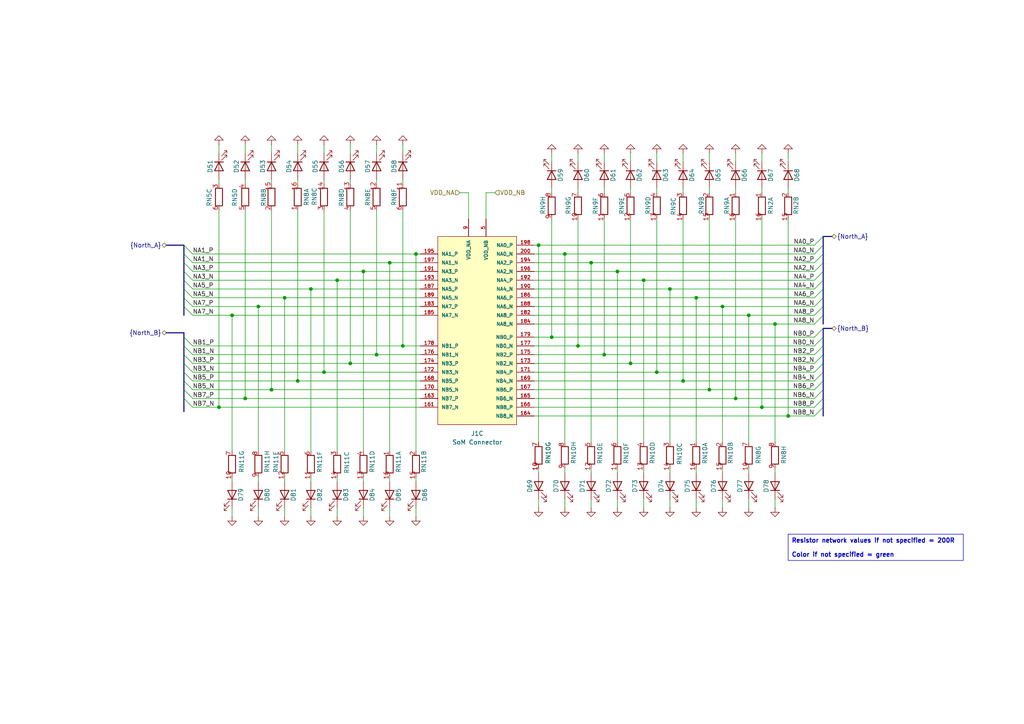
<source format=kicad_sch>
(kicad_sch (version 20231120) (generator "eeschema") (generator_version "8.0")
  (paper "A4")
  (title_block (title "SoM Programmer & Tester") (date "2024-12-20") (rev "0.1") (company "Technische Hochschule Köln") (comment 1 "Felix Sebastian Nitz"))
  (bus_alias "East_A" (members "EA0_P" "EA0_N" "EA1_P" "EA1_N" "EA2_P" "EA2_N" "EA3_P" "EA3_N" "EA4_P" "EA4_N" "EA5_P" "EA5_N" "EA6_P" "EA6_N" "EA7_P" "EA7_N" "EA8_P" "EA8_N"))
  (bus_alias "East_B" (members "EB0_P" "EB0_N" "EB1_P" "EB1_N" "EB2_P" "EB2_N" "EB3_P" "EB3_N" "EB4_P" "EB4_N" "EB5_P" "EB5_N" "EB6_P" "EB6_N" "EB7_P" "EB7_N" "EB8_P" "EB8_N"))
  (bus_alias "North_A" (members "NA0_P" "NA0_N" "NA1_P" "NA1_N" "NA2_P" "NA2_N" "NA3_P" "NA3_N" "NA4_P" "NA4_N" "NA5_P" "NA5_N" "NA6_P" "NA6_N" "NA7_P" "NA7_N" "NA8_P" "NA8_N"))
  (bus_alias "North_B" (members "NB0_P" "NB0_N" "NB1_P" "NB1_N" "NB2_P" "NB2_N" "NB3_P" "NB3_N" "NB4_P" "NB4_N" "NB5_P" "NB5_N" "NB6_P" "NB6_N" "NB7_P" "NB7_N" "NB8_P" "NB8_N"))
  (bus_alias "SerDes" (members "CLK_P" "CLK_N" "RX0_P" "RX0_N" "TX0_P" "TX0_N" "RX1_P" "RX1_N" "TX1_P" "TX1_N"))
  (bus_alias "South_A" (members "SA0_P" "SA0_N" "SA1_P" "SA1_N" "SA2_P" "SA2_N" "SA3_P" "SA3_N" "SA4_P" "SA4_N" "SA5_P" "SA5_N" "SA6_P" "SA6_N" "SA7_P" "SA7_N" "SA8_P" "SA8_N"))
  (bus_alias "South_B" (members "SB0_P" "SB0_N" "SB1_P" "SB1_N" "SB2_P" "SB2_N" "SB3_P" "SB3_N" "SB4_P" "SB4_N" "SB7" "SB8" "CLK1" "CLK2" "CLK3"))
  (bus_alias "West_B" (members "WB0_P" "WB0_N" "WB1_P" "WB1_N" "WB2_P" "WB2_N" "WB3_P" "WB3_N" "WB4_P" "WB4_N" "WB5_P" "WB5_N" "WB6_P" "WB6_N" "WB7_P" "WB7_N" "WB8_P" "WB8_N"))
  (bus_alias "West_C" (members "WC0_P" "WC0_N" "WC1_P" "WC1_N" "WC2_P" "WC2_N" "WC3_P" "WC3_N" "WC4_P" "WC4_N" "WC5_P" "WC5_N" "WC6_P" "WC6_N" "WC7_P" "WC7_N" "WC8_P" "WC8_N"))
  (junction (at 201.93 86.36))
  (junction (at 156.21 71.12))
  (junction (at 63.5 118.11))
  (junction (at 67.31 91.44))
  (junction (at 78.74 113.03))
  (junction (at 74.93 88.9))
  (junction (at 179.07 78.74))
  (junction (at 86.36 110.49))
  (junction (at 220.98 118.11))
  (junction (at 116.84 100.33))
  (junction (at 186.69 81.28))
  (junction (at 163.83 73.66))
  (junction (at 93.98 107.95))
  (junction (at 194.31 83.82))
  (junction (at 82.55 86.36))
  (junction (at 198.12 110.49))
  (junction (at 120.65 73.66))
  (junction (at 217.17 91.44))
  (junction (at 205.74 113.03))
  (junction (at 171.45 76.2))
  (junction (at 160.02 97.79))
  (junction (at 209.55 88.9))
  (junction (at 167.64 100.33))
  (junction (at 190.5 107.95))
  (junction (at 224.79 93.98))
  (junction (at 175.26 102.87))
  (junction (at 71.12 115.57))
  (junction (at 109.22 102.87))
  (junction (at 182.88 105.41))
  (junction (at 228.6 120.65))
  (junction (at 97.79 81.28))
  (junction (at 105.41 78.74))
  (junction (at 213.36 115.57))
  (junction (at 113.03 76.2))
  (junction (at 90.17 83.82))
  (junction (at 101.6 105.41))
  (bus_entry (at 238.76 102.87) (size -2.54 2.54))
  (bus_entry (at 53.34 113.03) (size 2.54 2.54))
  (bus_entry (at 238.76 68.58) (size -2.54 2.54))
  (bus_entry (at 238.76 115.57) (size -2.54 2.54))
  (bus_entry (at 238.76 78.74) (size -2.54 2.54))
  (bus_entry (at 53.34 73.66) (size 2.54 2.54))
  (bus_entry (at 53.34 97.79) (size 2.54 2.54))
  (bus_entry (at 53.34 115.57) (size 2.54 2.54))
  (bus_entry (at 238.76 110.49) (size -2.54 2.54))
  (bus_entry (at 238.76 86.36) (size -2.54 2.54))
  (bus_entry (at 53.34 100.33) (size 2.54 2.54))
  (bus_entry (at 53.34 71.12) (size 2.54 2.54))
  (bus_entry (at 53.34 105.41) (size 2.54 2.54))
  (bus_entry (at 238.76 97.79) (size -2.54 2.54))
  (bus_entry (at 53.34 86.36) (size 2.54 2.54))
  (bus_entry (at 53.34 102.87) (size 2.54 2.54))
  (bus_entry (at 238.76 81.28) (size -2.54 2.54))
  (bus_entry (at 53.34 110.49) (size 2.54 2.54))
  (bus_entry (at 53.34 88.9) (size 2.54 2.54))
  (bus_entry (at 238.76 71.12) (size -2.54 2.54))
  (bus_entry (at 53.34 78.74) (size 2.54 2.54))
  (bus_entry (at 238.76 118.11) (size -2.54 2.54))
  (bus_entry (at 238.76 100.33) (size -2.54 2.54))
  (bus_entry (at 238.76 105.41) (size -2.54 2.54))
  (bus_entry (at 53.34 83.82) (size 2.54 2.54))
  (bus_entry (at 238.76 113.03) (size -2.54 2.54))
  (bus_entry (at 238.76 73.66) (size -2.54 2.54))
  (bus_entry (at 238.76 95.25) (size -2.54 2.54))
  (bus_entry (at 238.76 88.9) (size -2.54 2.54))
  (bus_entry (at 53.34 76.2) (size 2.54 2.54))
  (bus_entry (at 238.76 76.2) (size -2.54 2.54))
  (bus_entry (at 53.34 107.95) (size 2.54 2.54))
  (bus_entry (at 238.76 83.82) (size -2.54 2.54))
  (bus_entry (at 238.76 107.95) (size -2.54 2.54))
  (bus_entry (at 53.34 81.28) (size 2.54 2.54))
  (bus_entry (at 238.76 91.44) (size -2.54 2.54))
  (wire (pts (xy 105.41 78.74) (xy 105.41 130.81)))
  (wire (pts (xy 163.83 73.66) (xy 236.22 73.66)))
  (bus (pts (xy 238.76 68.58) (xy 238.76 71.12)))
  (wire (pts (xy 179.07 144.78) (xy 179.07 147.32)))
  (wire (pts (xy 90.17 138.43) (xy 90.17 139.7)))
  (wire (pts (xy 101.6 53.34) (xy 101.6 52.07)))
  (wire (pts (xy 55.88 88.9) (xy 74.93 88.9)))
  (wire (pts (xy 55.88 118.11) (xy 63.5 118.11)))
  (wire (pts (xy 55.88 73.66) (xy 120.65 73.66)))
  (wire (pts (xy 78.74 53.34) (xy 78.74 52.07)))
  (wire (pts (xy 217.17 91.44) (xy 236.22 91.44)))
  (wire (pts (xy 205.74 113.03) (xy 236.22 113.03)))
  (bus (pts (xy 53.34 107.95) (xy 53.34 110.49)))
  (wire (pts (xy 228.6 120.65) (xy 228.6 63.5)))
  (bus (pts (xy 238.76 115.57) (xy 238.76 118.11)))
  (wire (pts (xy 113.03 76.2) (xy 113.03 130.81)))
  (wire (pts (xy 55.88 105.41) (xy 101.6 105.41)))
  (wire (pts (xy 194.31 144.78) (xy 194.31 147.32)))
  (wire (pts (xy 228.6 46.99) (xy 228.6 44.45)))
  (wire (pts (xy 175.26 46.99) (xy 175.26 44.45)))
  (wire (pts (xy 201.93 86.36) (xy 236.22 86.36)))
  (wire (pts (xy 97.79 81.28) (xy 121.92 81.28)))
  (wire (pts (xy 213.36 46.99) (xy 213.36 44.45)))
  (wire (pts (xy 74.93 88.9) (xy 121.92 88.9)))
  (bus (pts (xy 238.76 73.66) (xy 238.76 76.2)))
  (wire (pts (xy 167.64 46.99) (xy 167.64 44.45)))
  (wire (pts (xy 186.69 81.28) (xy 236.22 81.28)))
  (wire (pts (xy 116.84 100.33) (xy 116.84 60.96)))
  (bus (pts (xy 241.3 95.25) (xy 238.76 95.25)))
  (wire (pts (xy 154.94 113.03) (xy 205.74 113.03)))
  (wire (pts (xy 116.84 44.45) (xy 116.84 41.91)))
  (wire (pts (xy 93.98 53.34) (xy 93.98 52.07)))
  (bus (pts (xy 53.34 71.12) (xy 53.34 73.66)))
  (wire (pts (xy 194.31 135.89) (xy 194.31 137.16)))
  (wire (pts (xy 156.21 135.89) (xy 156.21 137.16)))
  (wire (pts (xy 171.45 76.2) (xy 171.45 128.27)))
  (wire (pts (xy 156.21 71.12) (xy 156.21 128.27)))
  (bus (pts (xy 238.76 97.79) (xy 238.76 100.33)))
  (wire (pts (xy 116.84 53.34) (xy 116.84 52.07)))
  (wire (pts (xy 220.98 46.99) (xy 220.98 44.45)))
  (bus (pts (xy 238.76 78.74) (xy 238.76 81.28)))
  (wire (pts (xy 140.97 55.88) (xy 140.97 63.5)))
  (wire (pts (xy 186.69 144.78) (xy 186.69 147.32)))
  (wire (pts (xy 74.93 88.9) (xy 74.93 130.81)))
  (wire (pts (xy 182.88 105.41) (xy 236.22 105.41)))
  (wire (pts (xy 120.65 73.66) (xy 121.92 73.66)))
  (bus (pts (xy 238.76 100.33) (xy 238.76 102.87)))
  (wire (pts (xy 55.88 100.33) (xy 116.84 100.33)))
  (bus (pts (xy 53.34 78.74) (xy 53.34 81.28)))
  (bus (pts (xy 238.76 81.28) (xy 238.76 83.82)))
  (bus (pts (xy 53.34 88.9) (xy 53.34 91.44)))
  (bus (pts (xy 238.76 110.49) (xy 238.76 113.03)))
  (wire (pts (xy 160.02 97.79) (xy 236.22 97.79)))
  (wire (pts (xy 224.79 93.98) (xy 224.79 128.27)))
  (wire (pts (xy 55.88 107.95) (xy 93.98 107.95)))
  (wire (pts (xy 63.5 44.45) (xy 63.5 41.91)))
  (wire (pts (xy 154.94 71.12) (xy 156.21 71.12)))
  (bus (pts (xy 53.34 97.79) (xy 53.34 100.33)))
  (wire (pts (xy 154.94 93.98) (xy 224.79 93.98)))
  (wire (pts (xy 113.03 76.2) (xy 121.92 76.2)))
  (wire (pts (xy 120.65 147.32) (xy 120.65 149.86)))
  (wire (pts (xy 154.94 97.79) (xy 160.02 97.79)))
  (wire (pts (xy 179.07 78.74) (xy 179.07 128.27)))
  (bus (pts (xy 48.26 96.52) (xy 53.34 96.52)))
  (wire (pts (xy 209.55 135.89) (xy 209.55 137.16)))
  (wire (pts (xy 97.79 81.28) (xy 97.79 130.81)))
  (wire (pts (xy 154.94 100.33) (xy 167.64 100.33)))
  (wire (pts (xy 67.31 91.44) (xy 121.92 91.44)))
  (wire (pts (xy 213.36 115.57) (xy 236.22 115.57)))
  (bus (pts (xy 48.26 71.12) (xy 53.34 71.12)))
  (wire (pts (xy 82.55 138.43) (xy 82.55 139.7)))
  (wire (pts (xy 163.83 135.89) (xy 163.83 137.16)))
  (wire (pts (xy 86.36 53.34) (xy 86.36 52.07)))
  (bus (pts (xy 238.76 95.25) (xy 238.76 97.79)))
  (wire (pts (xy 86.36 110.49) (xy 86.36 60.96)))
  (wire (pts (xy 224.79 135.89) (xy 224.79 137.16)))
  (wire (pts (xy 186.69 81.28) (xy 186.69 128.27)))
  (wire (pts (xy 167.64 100.33) (xy 167.64 63.5)))
  (wire (pts (xy 154.94 88.9) (xy 209.55 88.9)))
  (wire (pts (xy 55.88 86.36) (xy 82.55 86.36)))
  (wire (pts (xy 74.93 138.43) (xy 74.93 139.7)))
  (wire (pts (xy 179.07 78.74) (xy 236.22 78.74)))
  (wire (pts (xy 154.94 76.2) (xy 171.45 76.2)))
  (wire (pts (xy 67.31 91.44) (xy 67.31 130.81)))
  (bus (pts (xy 53.34 115.57) (xy 53.34 119.38)))
  (wire (pts (xy 194.31 83.82) (xy 194.31 128.27)))
  (wire (pts (xy 109.22 102.87) (xy 109.22 60.96)))
  (wire (pts (xy 93.98 107.95) (xy 93.98 60.96)))
  (wire (pts (xy 228.6 120.65) (xy 236.22 120.65)))
  (wire (pts (xy 175.26 55.88) (xy 175.26 54.61)))
  (wire (pts (xy 205.74 113.03) (xy 205.74 63.5)))
  (wire (pts (xy 220.98 118.11) (xy 220.98 63.5)))
  (wire (pts (xy 224.79 144.78) (xy 224.79 147.32)))
  (wire (pts (xy 154.94 120.65) (xy 228.6 120.65)))
  (wire (pts (xy 217.17 135.89) (xy 217.17 137.16)))
  (wire (pts (xy 154.94 118.11) (xy 220.98 118.11)))
  (wire (pts (xy 71.12 53.34) (xy 71.12 52.07)))
  (bus (pts (xy 53.34 105.41) (xy 53.34 107.95)))
  (wire (pts (xy 154.94 105.41) (xy 182.88 105.41)))
  (wire (pts (xy 133.35 55.88) (xy 135.89 55.88)))
  (wire (pts (xy 97.79 138.43) (xy 97.79 139.7)))
  (bus (pts (xy 53.34 100.33) (xy 53.34 102.87)))
  (bus (pts (xy 53.34 73.66) (xy 53.34 76.2)))
  (wire (pts (xy 182.88 55.88) (xy 182.88 54.61)))
  (wire (pts (xy 220.98 55.88) (xy 220.98 54.61)))
  (wire (pts (xy 90.17 147.32) (xy 90.17 149.86)))
  (wire (pts (xy 55.88 110.49) (xy 86.36 110.49)))
  (wire (pts (xy 209.55 88.9) (xy 236.22 88.9)))
  (wire (pts (xy 156.21 71.12) (xy 236.22 71.12)))
  (wire (pts (xy 74.93 147.32) (xy 74.93 149.86)))
  (bus (pts (xy 53.34 83.82) (xy 53.34 86.36)))
  (wire (pts (xy 201.93 144.78) (xy 201.93 147.32)))
  (wire (pts (xy 171.45 76.2) (xy 236.22 76.2)))
  (wire (pts (xy 154.94 115.57) (xy 213.36 115.57)))
  (wire (pts (xy 67.31 138.43) (xy 67.31 139.7)))
  (wire (pts (xy 55.88 115.57) (xy 71.12 115.57)))
  (bus (pts (xy 53.34 76.2) (xy 53.34 78.74)))
  (wire (pts (xy 154.94 110.49) (xy 198.12 110.49)))
  (wire (pts (xy 190.5 107.95) (xy 190.5 63.5)))
  (wire (pts (xy 154.94 73.66) (xy 163.83 73.66)))
  (wire (pts (xy 179.07 135.89) (xy 179.07 137.16)))
  (wire (pts (xy 213.36 55.88) (xy 213.36 54.61)))
  (wire (pts (xy 82.55 86.36) (xy 82.55 130.81)))
  (wire (pts (xy 209.55 144.78) (xy 209.55 147.32)))
  (wire (pts (xy 140.97 55.88) (xy 143.51 55.88)))
  (wire (pts (xy 82.55 147.32) (xy 82.55 149.86)))
  (bus (pts (xy 238.76 113.03) (xy 238.76 115.57)))
  (wire (pts (xy 182.88 105.41) (xy 182.88 63.5)))
  (wire (pts (xy 109.22 102.87) (xy 121.92 102.87)))
  (wire (pts (xy 120.65 73.66) (xy 120.65 130.81)))
  (wire (pts (xy 71.12 115.57) (xy 71.12 60.96)))
  (wire (pts (xy 105.41 138.43) (xy 105.41 139.7)))
  (wire (pts (xy 228.6 55.88) (xy 228.6 54.61)))
  (wire (pts (xy 163.83 73.66) (xy 163.83 128.27)))
  (wire (pts (xy 90.17 83.82) (xy 90.17 130.81)))
  (wire (pts (xy 63.5 118.11) (xy 63.5 60.96)))
  (wire (pts (xy 109.22 44.45) (xy 109.22 41.91)))
  (wire (pts (xy 113.03 147.32) (xy 113.03 149.86)))
  (bus (pts (xy 238.76 83.82) (xy 238.76 86.36)))
  (wire (pts (xy 201.93 135.89) (xy 201.93 137.16)))
  (wire (pts (xy 198.12 110.49) (xy 236.22 110.49)))
  (wire (pts (xy 78.74 44.45) (xy 78.74 41.91)))
  (bus (pts (xy 53.34 81.28) (xy 53.34 83.82)))
  (wire (pts (xy 97.79 147.32) (xy 97.79 149.86)))
  (wire (pts (xy 105.41 147.32) (xy 105.41 149.86)))
  (wire (pts (xy 198.12 110.49) (xy 198.12 63.5)))
  (wire (pts (xy 190.5 107.95) (xy 236.22 107.95)))
  (wire (pts (xy 55.88 78.74) (xy 105.41 78.74)))
  (wire (pts (xy 201.93 86.36) (xy 201.93 128.27)))
  (wire (pts (xy 55.88 113.03) (xy 78.74 113.03)))
  (wire (pts (xy 63.5 53.34) (xy 63.5 52.07)))
  (bus (pts (xy 238.76 102.87) (xy 238.76 105.41)))
  (bus (pts (xy 53.34 113.03) (xy 53.34 115.57)))
  (wire (pts (xy 109.22 53.34) (xy 109.22 52.07)))
  (wire (pts (xy 63.5 118.11) (xy 121.92 118.11)))
  (bus (pts (xy 238.76 118.11) (xy 238.76 120.65)))
  (wire (pts (xy 163.83 144.78) (xy 163.83 147.32)))
  (wire (pts (xy 113.03 138.43) (xy 113.03 139.7)))
  (wire (pts (xy 55.88 83.82) (xy 90.17 83.82)))
  (bus (pts (xy 238.76 105.41) (xy 238.76 107.95)))
  (wire (pts (xy 154.94 107.95) (xy 190.5 107.95)))
  (wire (pts (xy 156.21 144.78) (xy 156.21 147.32)))
  (wire (pts (xy 182.88 46.99) (xy 182.88 44.45)))
  (wire (pts (xy 154.94 83.82) (xy 194.31 83.82)))
  (wire (pts (xy 171.45 144.78) (xy 171.45 147.32)))
  (wire (pts (xy 217.17 91.44) (xy 217.17 128.27)))
  (wire (pts (xy 86.36 110.49) (xy 121.92 110.49)))
  (wire (pts (xy 198.12 55.88) (xy 198.12 54.61)))
  (wire (pts (xy 171.45 135.89) (xy 171.45 137.16)))
  (bus (pts (xy 238.76 76.2) (xy 238.76 78.74)))
  (wire (pts (xy 160.02 97.79) (xy 160.02 63.5)))
  (wire (pts (xy 175.26 102.87) (xy 175.26 63.5)))
  (wire (pts (xy 101.6 105.41) (xy 121.92 105.41)))
  (wire (pts (xy 154.94 78.74) (xy 179.07 78.74)))
  (bus (pts (xy 238.76 107.95) (xy 238.76 110.49)))
  (wire (pts (xy 93.98 107.95) (xy 121.92 107.95)))
  (wire (pts (xy 71.12 115.57) (xy 121.92 115.57)))
  (wire (pts (xy 67.31 147.32) (xy 67.31 149.86)))
  (wire (pts (xy 220.98 118.11) (xy 236.22 118.11)))
  (bus (pts (xy 238.76 71.12) (xy 238.76 73.66)))
  (wire (pts (xy 105.41 78.74) (xy 121.92 78.74)))
  (bus (pts (xy 53.34 86.36) (xy 53.34 88.9)))
  (wire (pts (xy 116.84 100.33) (xy 121.92 100.33)))
  (wire (pts (xy 154.94 81.28) (xy 186.69 81.28)))
  (wire (pts (xy 55.88 91.44) (xy 67.31 91.44)))
  (wire (pts (xy 205.74 46.99) (xy 205.74 44.45)))
  (bus (pts (xy 53.34 102.87) (xy 53.34 105.41)))
  (wire (pts (xy 209.55 88.9) (xy 209.55 128.27)))
  (wire (pts (xy 71.12 44.45) (xy 71.12 41.91)))
  (wire (pts (xy 101.6 44.45) (xy 101.6 41.91)))
  (wire (pts (xy 135.89 55.88) (xy 135.89 63.5)))
  (wire (pts (xy 154.94 86.36) (xy 201.93 86.36)))
  (wire (pts (xy 175.26 102.87) (xy 236.22 102.87)))
  (wire (pts (xy 86.36 44.45) (xy 86.36 41.91)))
  (wire (pts (xy 154.94 102.87) (xy 175.26 102.87)))
  (bus (pts (xy 53.34 96.52) (xy 53.34 97.79)))
  (wire (pts (xy 120.65 138.43) (xy 120.65 139.7)))
  (wire (pts (xy 213.36 115.57) (xy 213.36 63.5)))
  (wire (pts (xy 198.12 46.99) (xy 198.12 44.45)))
  (wire (pts (xy 217.17 144.78) (xy 217.17 147.32)))
  (wire (pts (xy 160.02 46.99) (xy 160.02 44.45)))
  (wire (pts (xy 55.88 81.28) (xy 97.79 81.28)))
  (wire (pts (xy 101.6 105.41) (xy 101.6 60.96)))
  (wire (pts (xy 167.64 55.88) (xy 167.64 54.61)))
  (wire (pts (xy 55.88 102.87) (xy 109.22 102.87)))
  (wire (pts (xy 154.94 91.44) (xy 217.17 91.44)))
  (bus (pts (xy 238.76 91.44) (xy 238.76 93.98)))
  (wire (pts (xy 78.74 113.03) (xy 121.92 113.03)))
  (wire (pts (xy 186.69 135.89) (xy 186.69 137.16)))
  (wire (pts (xy 160.02 55.88) (xy 160.02 54.61)))
  (wire (pts (xy 90.17 83.82) (xy 121.92 83.82)))
  (wire (pts (xy 205.74 55.88) (xy 205.74 54.61)))
  (bus (pts (xy 238.76 88.9) (xy 238.76 91.44)))
  (bus (pts (xy 53.34 110.49) (xy 53.34 113.03)))
  (wire (pts (xy 194.31 83.82) (xy 236.22 83.82)))
  (wire (pts (xy 190.5 55.88) (xy 190.5 54.61)))
  (wire (pts (xy 82.55 86.36) (xy 121.92 86.36)))
  (bus (pts (xy 238.76 86.36) (xy 238.76 88.9)))
  (wire (pts (xy 93.98 44.45) (xy 93.98 41.91)))
  (bus (pts (xy 241.3 68.58) (xy 238.76 68.58)))
  (wire (pts (xy 167.64 100.33) (xy 236.22 100.33)))
  (wire (pts (xy 55.88 76.2) (xy 113.03 76.2)))
  (wire (pts (xy 224.79 93.98) (xy 236.22 93.98)))
  (wire (pts (xy 78.74 113.03) (xy 78.74 60.96)))
  (wire (pts (xy 190.5 46.99) (xy 190.5 44.45)))
  (text_box "Resistor network values if not specified = 200R\n\nColor if not specified = green" (at 228.6 154.94 0) (size 50.8 7.62) (effects (font (size 1.27 1.27) (thickness 0.254) (bold yes)) (justify left)))
  (label "NA6_N" (at 236.22 88.9 180))
  (label "NA6_P" (at 236.22 86.36 180))
  (label "NA2_N" (at 236.22 78.74 180))
  (label "NA0_P" (at 236.22 71.12 180))
  (label "NA8_P" (at 236.22 91.44 180))
  (label "NB3_N" (at 55.88 107.95 0))
  (label "NA0_N" (at 236.22 73.66 180))
  (label "NA5_N" (at 55.88 86.36 0))
  (label "NA2_P" (at 236.22 76.2 180))
  (label "NA8_N" (at 236.22 93.98 180))
  (label "NA3_N" (at 55.88 81.28 0))
  (label "NB8_N" (at 236.22 120.65 180))
  (label "NB3_P" (at 55.88 105.41 0))
  (label "NB1_P" (at 55.88 100.33 0))
  (label "NA1_N" (at 55.88 76.2 0))
  (label "NA1_P" (at 55.88 73.66 0))
  (label "NA7_P" (at 55.88 88.9 0))
  (label "NB0_N" (at 236.22 100.33 180))
  (label "NB2_P" (at 236.22 102.87 180))
  (label "NA7_N" (at 55.88 91.44 0))
  (label "NB7_P" (at 55.88 115.57 0))
  (label "NA4_N" (at 236.22 83.82 180))
  (label "NB5_P" (at 55.88 110.49 0))
  (label "NA4_P" (at 236.22 81.28 180))
  (label "NA3_P" (at 55.88 78.74 0))
  (label "NB7_N" (at 55.88 118.11 0))
  (label "NB2_N" (at 236.22 105.41 180))
  (label "NB5_N" (at 55.88 113.03 0))
  (label "NB4_N" (at 236.22 110.49 180))
  (label "NB6_P" (at 236.22 113.03 180))
  (label "NB4_P" (at 236.22 107.95 180))
  (label "NB0_P" (at 236.22 97.79 180))
  (label "NB1_N" (at 55.88 102.87 0))
  (label "NB6_N" (at 236.22 115.57 180))
  (label "NB8_P" (at 236.22 118.11 180))
  (label "NA5_P" (at 55.88 83.82 0))
  (hierarchical_label "{North_A}" (shape bidirectional) (at 48.26 71.12 180))
  (hierarchical_label "{North_A}" (shape bidirectional) (at 241.3 68.58 0))
  (hierarchical_label "{North_B}" (shape bidirectional) (at 48.26 96.52 180))
  (hierarchical_label "VDD_NB" (shape input) (at 143.51 55.88 0))
  (hierarchical_label "VDD_NA" (shape input) (at 133.35 55.88 180))
  (hierarchical_label "{North_B}" (shape bidirectional) (at 241.3 95.25 0))
  (symbol (lib_id "power:GND") (at 167.64 44.45 180) (unit 1)
    (property "Reference" "#PWR069" (effects (hide yes)))
    (property "Value" "GND" (effects (hide yes)))
    (property "Description" "Power symbol creates a global label with name \"GND\" , ground" (effects (hide yes)))
  )
  (symbol (lib_id "Device:LED") (at 224.79 140.97 90) (unit 1)
    (property "Reference" "D78" (at 222.25 140.97 0))
    (property "Value" "Green" (effects (hide yes)))
    (property "Footprint" "LED_SMD:LED_0603_1608Metric" (effects (hide yes)))
    (property "Description" "Light emitting diode" (effects (hide yes)))
    (property "Mouser Part Number" "710-150060VS75000" (effects (hide yes)))
  )
  (symbol (lib_id "Device:LED") (at 209.55 140.97 90) (unit 1)
    (property "Reference" "D76" (at 207.01 140.97 0))
    (property "Value" "Green" (effects (hide yes)))
    (property "Footprint" "LED_SMD:LED_0603_1608Metric" (effects (hide yes)))
    (property "Description" "Light emitting diode" (effects (hide yes)))
    (property "Mouser Part Number" "710-150060VS75000" (effects (hide yes)))
  )
  (symbol (lib_id "Device:LED") (at 186.69 140.97 90) (unit 1)
    (property "Reference" "D73" (at 184.15 140.97 0))
    (property "Value" "Green" (effects (hide yes)))
    (property "Footprint" "LED_SMD:LED_0603_1608Metric" (effects (hide yes)))
    (property "Description" "Light emitting diode" (effects (hide yes)))
    (property "Mouser Part Number" "710-150060VS75000" (effects (hide yes)))
  )
  (symbol (lib_id "Device:LED") (at 179.07 140.97 90) (unit 1)
    (property "Reference" "D72" (at 176.53 140.97 0))
    (property "Value" "Green" (effects (hide yes)))
    (property "Footprint" "LED_SMD:LED_0603_1608Metric" (effects (hide yes)))
    (property "Description" "Light emitting diode" (effects (hide yes)))
    (property "Mouser Part Number" "710-150060VS75000" (effects (hide yes)))
  )
  (symbol (lib_id "power:GND") (at 224.79 147.32 0) (unit 1)
    (property "Reference" "#PWR087" (effects (hide yes)))
    (property "Value" "GND" (effects (hide yes)))
    (property "Description" "Power symbol creates a global label with name \"GND\" , ground" (effects (hide yes)))
  )
  (symbol (lib_id "Device:R_Pack08_Split") (at 182.88 59.69 0) (mirror x) (unit 5)
    (property "Reference" "RN9" (at 180.34 62.23 90) (effects (justify right)))
    (property "Value" "200R" (effects (hide yes)))
    (property "Footprint" "Resistor_SMD:R_Array_Convex_8x0602" (effects (hide yes)))
    (property "Description" "8 resistor network, parallel topology, split" (effects (hide yes)))
    (property "Mouser Part Number" "667-EXB-2HV201JV" (effects (hide yes)))
  )
  (symbol (lib_id "Device:R_Pack08_Split") (at 78.74 57.15 0) (unit 2)
    (property "Reference" "RN8" (at 76.454 54.61 90) (effects (justify right)))
    (property "Value" "200R" (effects (hide yes)))
    (property "Footprint" "Resistor_SMD:R_Array_Convex_8x0602" (effects (hide yes)))
    (property "Description" "8 resistor network, parallel topology, split" (effects (hide yes)))
    (property "Mouser Part Number" "667-EXB-2HV201JV" (effects (hide yes)))
  )
  (symbol (lib_id "Device:LED") (at 205.74 50.8 270) (unit 1)
    (property "Reference" "D65" (at 208.28 50.8 0))
    (property "Value" "Green" (effects (hide yes)))
    (property "Footprint" "LED_SMD:LED_0603_1608Metric" (effects (hide yes)))
    (property "Description" "Light emitting diode" (effects (hide yes)))
    (property "Mouser Part Number" "710-150060VS75000" (effects (hide yes)))
  )
  (symbol (lib_id "power:GND") (at 209.55 147.32 0) (unit 1)
    (property "Reference" "#PWR085" (effects (hide yes)))
    (property "Value" "GND" (effects (hide yes)))
    (property "Description" "Power symbol creates a global label with name \"GND\" , ground" (effects (hide yes)))
  )
  (symbol (lib_id "Device:LED") (at 190.5 50.8 270) (unit 1)
    (property "Reference" "D63" (at 193.04 50.8 0))
    (property "Value" "Green" (effects (hide yes)))
    (property "Footprint" "LED_SMD:LED_0603_1608Metric" (effects (hide yes)))
    (property "Description" "Light emitting diode" (effects (hide yes)))
    (property "Mouser Part Number" "710-150060VS75000" (effects (hide yes)))
  )
  (symbol (lib_id "Device:R_Pack08_Split") (at 105.41 134.62 180) (unit 4)
    (property "Reference" "RN11" (at 107.95 137.16 90) (effects (justify right)))
    (property "Value" "200R" (effects (hide yes)))
    (property "Footprint" "Resistor_SMD:R_Array_Convex_8x0602" (effects (hide yes)))
    (property "Description" "8 resistor network, parallel topology, split" (effects (hide yes)))
    (property "Mouser Part Number" "667-EXB-2HV201JV" (effects (hide yes)))
  )
  (symbol (lib_id "Device:LED") (at 198.12 50.8 270) (unit 1)
    (property "Reference" "D64" (at 200.66 50.8 0))
    (property "Value" "Green" (effects (hide yes)))
    (property "Footprint" "LED_SMD:LED_0603_1608Metric" (effects (hide yes)))
    (property "Description" "Light emitting diode" (effects (hide yes)))
    (property "Mouser Part Number" "710-150060VS75000" (effects (hide yes)))
  )
  (symbol (lib_id "Device:R_Pack08_Split") (at 160.02 59.69 0) (mirror x) (unit 8)
    (property "Reference" "RN9" (at 157.48 62.23 90) (effects (justify right)))
    (property "Value" "200R" (effects (hide yes)))
    (property "Footprint" "Resistor_SMD:R_Array_Convex_8x0602" (effects (hide yes)))
    (property "Description" "8 resistor network, parallel topology, split" (effects (hide yes)))
    (property "Mouser Part Number" "667-EXB-2HV201JV" (effects (hide yes)))
  )
  (symbol (lib_id "power:GND") (at 120.65 149.86 0) (mirror y) (unit 1)
    (property "Reference" "#PWR095" (effects (hide yes)))
    (property "Value" "GND" (effects (hide yes)))
    (property "Description" "Power symbol creates a global label with name \"GND\" , ground" (effects (hide yes)))
  )
  (symbol (lib_id "Device:LED") (at 97.79 143.51 270) (mirror x) (unit 1)
    (property "Reference" "D83" (at 100.33 143.51 0))
    (property "Value" "Green" (effects (hide yes)))
    (property "Footprint" "LED_SMD:LED_0603_1608Metric" (effects (hide yes)))
    (property "Description" "Light emitting diode" (effects (hide yes)))
    (property "Mouser Part Number" "710-150060VS75000" (effects (hide yes)))
  )
  (symbol (lib_id "Device:LED") (at 120.65 143.51 270) (mirror x) (unit 1)
    (property "Reference" "D86" (at 123.19 143.51 0))
    (property "Value" "Green" (effects (hide yes)))
    (property "Footprint" "LED_SMD:LED_0603_1608Metric" (effects (hide yes)))
    (property "Description" "Light emitting diode" (effects (hide yes)))
    (property "Mouser Part Number" "710-150060VS75000" (effects (hide yes)))
  )
  (symbol (lib_id "Device:LED") (at 217.17 140.97 90) (unit 1)
    (property "Reference" "D77" (at 214.63 140.97 0))
    (property "Value" "Green" (effects (hide yes)))
    (property "Footprint" "LED_SMD:LED_0603_1608Metric" (effects (hide yes)))
    (property "Description" "Light emitting diode" (effects (hide yes)))
    (property "Mouser Part Number" "710-150060VS75000" (effects (hide yes)))
  )
  (symbol (lib_id "Device:LED") (at 74.93 143.51 270) (mirror x) (unit 1)
    (property "Reference" "D80" (at 77.47 143.51 0))
    (property "Value" "Green" (effects (hide yes)))
    (property "Footprint" "LED_SMD:LED_0603_1608Metric" (effects (hide yes)))
    (property "Description" "Light emitting diode" (effects (hide yes)))
    (property "Mouser Part Number" "710-150060VS75000" (effects (hide yes)))
  )
  (symbol (lib_id "power:GND") (at 78.74 41.91 0) (mirror x) (unit 1)
    (property "Reference" "#PWR062" (effects (hide yes)))
    (property "Value" "GND" (effects (hide yes)))
    (property "Description" "Power symbol creates a global label with name \"GND\" , ground" (effects (hide yes)))
  )
  (symbol (lib_id "Device:LED") (at 182.88 50.8 270) (unit 1)
    (property "Reference" "D62" (at 185.42 50.8 0))
    (property "Value" "Green" (effects (hide yes)))
    (property "Footprint" "LED_SMD:LED_0603_1608Metric" (effects (hide yes)))
    (property "Description" "Light emitting diode" (effects (hide yes)))
    (property "Mouser Part Number" "710-150060VS75000" (effects (hide yes)))
  )
  (symbol (lib_id "Device:LED") (at 67.31 143.51 270) (mirror x) (unit 1)
    (property "Reference" "D79" (at 69.85 143.51 0))
    (property "Value" "Green" (effects (hide yes)))
    (property "Footprint" "LED_SMD:LED_0603_1608Metric" (effects (hide yes)))
    (property "Description" "Light emitting diode" (effects (hide yes)))
    (property "Mouser Part Number" "710-150060VS75000" (effects (hide yes)))
  )
  (symbol (lib_id "Device:R_Pack08_Split") (at 190.5 59.69 0) (mirror x) (unit 4)
    (property "Reference" "RN9" (at 187.96 62.23 90) (effects (justify right)))
    (property "Value" "200R" (effects (hide yes)))
    (property "Footprint" "Resistor_SMD:R_Array_Convex_8x0602" (effects (hide yes)))
    (property "Description" "8 resistor network, parallel topology, split" (effects (hide yes)))
    (property "Mouser Part Number" "667-EXB-2HV201JV" (effects (hide yes)))
  )
  (symbol (lib_id "ccsom_lib:SoM connector") (at 138.43 86.36 0) (unit 3)
    (property "Reference" "J1" (at 138.43 125.73 0))
    (property "Value" "SoM Connector" (at 138.43 128.27 0))
    (property "Footprint" "ccsom_Footprint_lib:SoM_Connector" (effects (hide yes)))
    (property "Description" "TE_1473005-1" (effects (hide yes)))
    (property "STANDARD" "Manufacturer Recommendations" (effects (hide yes)))
    (property "MAXIMUM_PACKAGE_HEIGHT" "5.9mm" (effects (hide yes)))
    (property "MANUFACTURER" "TE Connectivity" (effects (hide yes)))
    (property "Mouser Part Number" "571-1473005-1" (effects (hide yes)))
  )
  (symbol (lib_id "Device:R_Pack08_Split") (at 90.17 134.62 180) (unit 6)
    (property "Reference" "RN11" (at 92.71 137.16 90) (effects (justify right)))
    (property "Value" "200R" (effects (hide yes)))
    (property "Footprint" "Resistor_SMD:R_Array_Convex_8x0602" (effects (hide yes)))
    (property "Description" "8 resistor network, parallel topology, split" (effects (hide yes)))
    (property "Mouser Part Number" "667-EXB-2HV201JV" (effects (hide yes)))
  )
  (symbol (lib_id "Device:R_Pack08_Split") (at 167.64 59.69 0) (mirror x) (unit 7)
    (property "Reference" "RN9" (at 164.846 62.23 90) (effects (justify right)))
    (property "Value" "200R" (effects (hide yes)))
    (property "Footprint" "Resistor_SMD:R_Array_Convex_8x0602" (effects (hide yes)))
    (property "Description" "8 resistor network, parallel topology, split" (effects (hide yes)))
    (property "Mouser Part Number" "667-EXB-2HV201JV" (effects (hide yes)))
  )
  (symbol (lib_id "Device:R_Pack08_Split") (at 156.21 132.08 180) (unit 7)
    (property "Reference" "RN10" (at 159.004 134.62 90) (effects (justify right)))
    (property "Value" "200R" (effects (hide yes)))
    (property "Footprint" "Resistor_SMD:R_Array_Convex_8x0602" (effects (hide yes)))
    (property "Description" "8 resistor network, parallel topology, split" (effects (hide yes)))
    (property "Mouser Part Number" "667-EXB-2HV201JV" (effects (hide yes)))
  )
  (symbol (lib_id "power:GND") (at 109.22 41.91 0) (mirror x) (unit 1)
    (property "Reference" "#PWR066" (effects (hide yes)))
    (property "Value" "GND" (effects (hide yes)))
    (property "Description" "Power symbol creates a global label with name \"GND\" , ground" (effects (hide yes)))
  )
  (symbol (lib_id "Device:LED") (at 90.17 143.51 270) (mirror x) (unit 1)
    (property "Reference" "D82" (at 92.71 143.51 0))
    (property "Value" "Green" (effects (hide yes)))
    (property "Footprint" "LED_SMD:LED_0603_1608Metric" (effects (hide yes)))
    (property "Description" "Light emitting diode" (effects (hide yes)))
    (property "Mouser Part Number" "710-150060VS75000" (effects (hide yes)))
  )
  (symbol (lib_id "power:GND") (at 175.26 44.45 180) (unit 1)
    (property "Reference" "#PWR070" (effects (hide yes)))
    (property "Value" "GND" (effects (hide yes)))
    (property "Description" "Power symbol creates a global label with name \"GND\" , ground" (effects (hide yes)))
  )
  (symbol (lib_id "Device:R_Pack08_Split") (at 109.22 57.15 0) (unit 5)
    (property "Reference" "RN8" (at 106.68 54.61 90) (effects (justify right)))
    (property "Value" "200R" (effects (hide yes)))
    (property "Footprint" "Resistor_SMD:R_Array_Convex_8x0602" (effects (hide yes)))
    (property "Description" "8 resistor network, parallel topology, split" (effects (hide yes)))
    (property "Mouser Part Number" "667-EXB-2HV201JV" (effects (hide yes)))
  )
  (symbol (lib_id "Device:R_Pack04_Split") (at 71.12 57.15 180) (unit 4)
    (property "Reference" "RN5" (at 68.072 54.61 90) (effects (justify left)))
    (property "Value" "200R" (effects (hide yes)))
    (property "Footprint" "Resistor_SMD:R_Array_Convex_4x0603" (effects (hide yes)))
    (property "Description" "4 resistor network, parallel topology, split" (effects (hide yes)))
    (property "Mouser Part Number" "667-EXB-38V201JV" (effects (hide yes)))
  )
  (symbol (lib_id "Device:R_Pack08_Split") (at 163.83 132.08 180) (unit 8)
    (property "Reference" "RN10" (at 166.37 134.62 90) (effects (justify right)))
    (property "Value" "200R" (effects (hide yes)))
    (property "Footprint" "Resistor_SMD:R_Array_Convex_8x0602" (effects (hide yes)))
    (property "Description" "8 resistor network, parallel topology, split" (effects (hide yes)))
    (property "Mouser Part Number" "667-EXB-2HV201JV" (effects (hide yes)))
  )
  (symbol (lib_id "Device:LED") (at 71.12 48.26 90) (mirror x) (unit 1)
    (property "Reference" "D52" (at 68.58 48.26 0))
    (property "Value" "Green" (effects (hide yes)))
    (property "Footprint" "LED_SMD:LED_0603_1608Metric" (effects (hide yes)))
    (property "Description" "Light emitting diode" (effects (hide yes)))
    (property "Mouser Part Number" "710-150060VS75000" (effects (hide yes)))
  )
  (symbol (lib_id "Device:LED") (at 175.26 50.8 270) (unit 1)
    (property "Reference" "D61" (at 177.8 50.8 0))
    (property "Value" "Green" (effects (hide yes)))
    (property "Footprint" "LED_SMD:LED_0603_1608Metric" (effects (hide yes)))
    (property "Description" "Light emitting diode" (effects (hide yes)))
    (property "Mouser Part Number" "710-150060VS75000" (effects (hide yes)))
  )
  (symbol (lib_id "Device:LED") (at 109.22 48.26 90) (mirror x) (unit 1)
    (property "Reference" "D57" (at 106.68 48.26 0))
    (property "Value" "Green" (effects (hide yes)))
    (property "Footprint" "LED_SMD:LED_0603_1608Metric" (effects (hide yes)))
    (property "Description" "Light emitting diode" (effects (hide yes)))
    (property "Mouser Part Number" "710-150060VS75000" (effects (hide yes)))
  )
  (symbol (lib_id "power:GND") (at 113.03 149.86 0) (mirror y) (unit 1)
    (property "Reference" "#PWR094" (effects (hide yes)))
    (property "Value" "GND" (effects (hide yes)))
    (property "Description" "Power symbol creates a global label with name \"GND\" , ground" (effects (hide yes)))
  )
  (symbol (lib_id "Device:LED") (at 163.83 140.97 90) (unit 1)
    (property "Reference" "D70" (at 161.29 140.97 0))
    (property "Value" "Green" (effects (hide yes)))
    (property "Footprint" "LED_SMD:LED_0603_1608Metric" (effects (hide yes)))
    (property "Description" "Light emitting diode" (effects (hide yes)))
    (property "Mouser Part Number" "710-150060VS75000" (effects (hide yes)))
  )
  (symbol (lib_id "Device:R_Pack08_Split") (at 224.79 132.08 180) (unit 8)
    (property "Reference" "RN8" (at 227.33 134.62 90) (effects (justify right)))
    (property "Value" "200R" (effects (hide yes)))
    (property "Footprint" "Resistor_SMD:R_Array_Convex_8x0602" (effects (hide yes)))
    (property "Description" "8 resistor network, parallel topology, split" (effects (hide yes)))
    (property "Mouser Part Number" "667-EXB-2HV201JV" (effects (hide yes)))
  )
  (symbol (lib_id "Device:R_Pack08_Split") (at 213.36 59.69 0) (mirror x) (unit 1)
    (property "Reference" "RN9" (at 210.82 62.23 90) (effects (justify right)))
    (property "Value" "200R" (effects (hide yes)))
    (property "Footprint" "Resistor_SMD:R_Array_Convex_8x0602" (effects (hide yes)))
    (property "Description" "8 resistor network, parallel topology, split" (effects (hide yes)))
    (property "Mouser Part Number" "667-EXB-2HV201JV" (effects (hide yes)))
  )
  (symbol (lib_id "Device:LED") (at 93.98 48.26 90) (mirror x) (unit 1)
    (property "Reference" "D55" (at 91.44 48.26 0))
    (property "Value" "Green" (effects (hide yes)))
    (property "Footprint" "LED_SMD:LED_0603_1608Metric" (effects (hide yes)))
    (property "Description" "Light emitting diode" (effects (hide yes)))
    (property "Mouser Part Number" "710-150060VS75000" (effects (hide yes)))
  )
  (symbol (lib_id "Device:LED") (at 194.31 140.97 90) (unit 1)
    (property "Reference" "D74" (at 191.77 140.97 0))
    (property "Value" "Green" (effects (hide yes)))
    (property "Footprint" "LED_SMD:LED_0603_1608Metric" (effects (hide yes)))
    (property "Description" "Light emitting diode" (effects (hide yes)))
    (property "Mouser Part Number" "710-150060VS75000" (effects (hide yes)))
  )
  (symbol (lib_id "Device:R_Pack08_Split") (at 86.36 57.15 0) (mirror y) (unit 1)
    (property "Reference" "RN8" (at 88.9 54.61 90) (effects (justify right)))
    (property "Value" "200R" (effects (hide yes)))
    (property "Footprint" "Resistor_SMD:R_Array_Convex_8x0602" (effects (hide yes)))
    (property "Description" "8 resistor network, parallel topology, split" (effects (hide yes)))
    (property "Mouser Part Number" "667-EXB-2HV201JV" (effects (hide yes)))
  )
  (symbol (lib_id "Device:R_Pack08_Split") (at 194.31 132.08 180) (unit 3)
    (property "Reference" "RN10" (at 197.104 134.874 90) (effects (justify right)))
    (property "Value" "200R" (effects (hide yes)))
    (property "Footprint" "Resistor_SMD:R_Array_Convex_8x0602" (effects (hide yes)))
    (property "Description" "8 resistor network, parallel topology, split" (effects (hide yes)))
    (property "Mouser Part Number" "667-EXB-2HV201JV" (effects (hide yes)))
  )
  (symbol (lib_id "power:GND") (at 101.6 41.91 0) (mirror x) (unit 1)
    (property "Reference" "#PWR065" (effects (hide yes)))
    (property "Value" "GND" (effects (hide yes)))
    (property "Description" "Power symbol creates a global label with name \"GND\" , ground" (effects (hide yes)))
  )
  (symbol (lib_id "Device:R_Pack08_Split") (at 171.45 132.08 180) (unit 5)
    (property "Reference" "RN10" (at 173.99 134.62 90) (effects (justify right)))
    (property "Value" "200R" (effects (hide yes)))
    (property "Footprint" "Resistor_SMD:R_Array_Convex_8x0602" (effects (hide yes)))
    (property "Description" "8 resistor network, parallel topology, split" (effects (hide yes)))
    (property "Mouser Part Number" "667-EXB-2HV201JV" (effects (hide yes)))
  )
  (symbol (lib_id "Device:R_Pack08_Split") (at 198.12 59.69 0) (mirror x) (unit 3)
    (property "Reference" "RN9" (at 195.326 62.484 90) (effects (justify right)))
    (property "Value" "200R" (effects (hide yes)))
    (property "Footprint" "Resistor_SMD:R_Array_Convex_8x0602" (effects (hide yes)))
    (property "Description" "8 resistor network, parallel topology, split" (effects (hide yes)))
    (property "Mouser Part Number" "667-EXB-2HV201JV" (effects (hide yes)))
  )
  (symbol (lib_id "Device:R_Pack08_Split") (at 201.93 132.08 180) (unit 1)
    (property "Reference" "RN10" (at 204.47 134.62 90) (effects (justify right)))
    (property "Value" "200R" (effects (hide yes)))
    (property "Footprint" "Resistor_SMD:R_Array_Convex_8x0602" (effects (hide yes)))
    (property "Description" "8 resistor network, parallel topology, split" (effects (hide yes)))
    (property "Mouser Part Number" "667-EXB-2HV201JV" (effects (hide yes)))
  )
  (symbol (lib_id "power:GND") (at 105.41 149.86 0) (mirror y) (unit 1)
    (property "Reference" "#PWR093" (effects (hide yes)))
    (property "Value" "GND" (effects (hide yes)))
    (property "Description" "Power symbol creates a global label with name \"GND\" , ground" (effects (hide yes)))
  )
  (symbol (lib_id "Device:R_Pack08_Split") (at 67.31 134.62 180) (unit 7)
    (property "Reference" "RN11" (at 70.104 137.16 90) (effects (justify right)))
    (property "Value" "200R" (effects (hide yes)))
    (property "Footprint" "Resistor_SMD:R_Array_Convex_8x0602" (effects (hide yes)))
    (property "Description" "8 resistor network, parallel topology, split" (effects (hide yes)))
    (property "Mouser Part Number" "667-EXB-2HV201JV" (effects (hide yes)))
  )
  (symbol (lib_id "power:GND") (at 186.69 147.32 0) (unit 1)
    (property "Reference" "#PWR082" (effects (hide yes)))
    (property "Value" "GND" (effects (hide yes)))
    (property "Description" "Power symbol creates a global label with name \"GND\" , ground" (effects (hide yes)))
  )
  (symbol (lib_id "Device:R_Pack08_Split") (at 179.07 132.08 180) (unit 6)
    (property "Reference" "RN10" (at 181.61 134.62 90) (effects (justify right)))
    (property "Value" "200R" (effects (hide yes)))
    (property "Footprint" "Resistor_SMD:R_Array_Convex_8x0602" (effects (hide yes)))
    (property "Description" "8 resistor network, parallel topology, split" (effects (hide yes)))
    (property "Mouser Part Number" "667-EXB-2HV201JV" (effects (hide yes)))
  )
  (symbol (lib_id "Device:R_Pack08_Split") (at 175.26 59.69 0) (mirror x) (unit 6)
    (property "Reference" "RN9" (at 172.72 62.23 90) (effects (justify right)))
    (property "Value" "200R" (effects (hide yes)))
    (property "Footprint" "Resistor_SMD:R_Array_Convex_8x0602" (effects (hide yes)))
    (property "Description" "8 resistor network, parallel topology, split" (effects (hide yes)))
    (property "Mouser Part Number" "667-EXB-2HV201JV" (effects (hide yes)))
  )
  (symbol (lib_id "power:GND") (at 213.36 44.45 180) (unit 1)
    (property "Reference" "#PWR075" (effects (hide yes)))
    (property "Value" "GND" (effects (hide yes)))
    (property "Description" "Power symbol creates a global label with name \"GND\" , ground" (effects (hide yes)))
  )
  (symbol (lib_id "power:GND") (at 205.74 44.45 180) (unit 1)
    (property "Reference" "#PWR074" (effects (hide yes)))
    (property "Value" "GND" (effects (hide yes)))
    (property "Description" "Power symbol creates a global label with name \"GND\" , ground" (effects (hide yes)))
  )
  (symbol (lib_id "power:GND") (at 201.93 147.32 0) (unit 1)
    (property "Reference" "#PWR084" (effects (hide yes)))
    (property "Value" "GND" (effects (hide yes)))
    (property "Description" "Power symbol creates a global label with name \"GND\" , ground" (effects (hide yes)))
  )
  (symbol (lib_id "Device:R_Pack08_Split") (at 209.55 132.08 180) (unit 2)
    (property "Reference" "RN10" (at 211.836 134.62 90) (effects (justify right)))
    (property "Value" "200R" (effects (hide yes)))
    (property "Footprint" "Resistor_SMD:R_Array_Convex_8x0602" (effects (hide yes)))
    (property "Description" "8 resistor network, parallel topology, split" (effects (hide yes)))
    (property "Mouser Part Number" "667-EXB-2HV201JV" (effects (hide yes)))
  )
  (symbol (lib_id "Device:LED") (at 82.55 143.51 270) (mirror x) (unit 1)
    (property "Reference" "D81" (at 85.09 143.51 0))
    (property "Value" "Green" (effects (hide yes)))
    (property "Footprint" "LED_SMD:LED_0603_1608Metric" (effects (hide yes)))
    (property "Description" "Light emitting diode" (effects (hide yes)))
    (property "Mouser Part Number" "710-150060VS75000" (effects (hide yes)))
  )
  (symbol (lib_id "Device:R_Pack08_Split") (at 97.79 134.62 180) (unit 3)
    (property "Reference" "RN11" (at 100.584 137.414 90) (effects (justify right)))
    (property "Value" "200R" (effects (hide yes)))
    (property "Footprint" "Resistor_SMD:R_Array_Convex_8x0602" (effects (hide yes)))
    (property "Description" "8 resistor network, parallel topology, split" (effects (hide yes)))
    (property "Mouser Part Number" "667-EXB-2HV201JV" (effects (hide yes)))
  )
  (symbol (lib_id "Device:LED") (at 228.6 50.8 270) (unit 1)
    (property "Reference" "D68" (at 231.14 50.8 0))
    (property "Value" "Green" (effects (hide yes)))
    (property "Footprint" "LED_SMD:LED_0603_1608Metric" (effects (hide yes)))
    (property "Description" "Light emitting diode" (effects (hide yes)))
    (property "Mouser Part Number" "710-150060VS75000" (effects (hide yes)))
  )
  (symbol (lib_id "power:GND") (at 217.17 147.32 0) (unit 1)
    (property "Reference" "#PWR086" (effects (hide yes)))
    (property "Value" "GND" (effects (hide yes)))
    (property "Description" "Power symbol creates a global label with name \"GND\" , ground" (effects (hide yes)))
  )
  (symbol (lib_id "Device:LED") (at 105.41 143.51 270) (mirror x) (unit 1)
    (property "Reference" "D84" (at 107.95 143.51 0))
    (property "Value" "Green" (effects (hide yes)))
    (property "Footprint" "LED_SMD:LED_0603_1608Metric" (effects (hide yes)))
    (property "Description" "Light emitting diode" (effects (hide yes)))
    (property "Mouser Part Number" "710-150060VS75000" (effects (hide yes)))
  )
  (symbol (lib_id "power:GND") (at 156.21 147.32 0) (unit 1)
    (property "Reference" "#PWR078" (effects (hide yes)))
    (property "Value" "GND" (effects (hide yes)))
    (property "Description" "Power symbol creates a global label with name \"GND\" , ground" (effects (hide yes)))
  )
  (symbol (lib_id "power:GND") (at 82.55 149.86 0) (mirror y) (unit 1)
    (property "Reference" "#PWR090" (effects (hide yes)))
    (property "Value" "GND" (effects (hide yes)))
    (property "Description" "Power symbol creates a global label with name \"GND\" , ground" (effects (hide yes)))
  )
  (symbol (lib_id "Device:R_Pack08_Split") (at 113.03 134.62 180) (unit 1)
    (property "Reference" "RN11" (at 115.57 137.16 90) (effects (justify right)))
    (property "Value" "200R" (effects (hide yes)))
    (property "Footprint" "Resistor_SMD:R_Array_Convex_8x0602" (effects (hide yes)))
    (property "Description" "8 resistor network, parallel topology, split" (effects (hide yes)))
    (property "Mouser Part Number" "667-EXB-2HV201JV" (effects (hide yes)))
  )
  (symbol (lib_id "Device:R_Pack08_Split") (at 205.74 59.69 0) (mirror x) (unit 2)
    (property "Reference" "RN9" (at 203.454 62.23 90) (effects (justify right)))
    (property "Value" "200R" (effects (hide yes)))
    (property "Footprint" "Resistor_SMD:R_Array_Convex_8x0602" (effects (hide yes)))
    (property "Description" "8 resistor network, parallel topology, split" (effects (hide yes)))
    (property "Mouser Part Number" "667-EXB-2HV201JV" (effects (hide yes)))
  )
  (symbol (lib_id "power:GND") (at 74.93 149.86 0) (mirror y) (unit 1)
    (property "Reference" "#PWR089" (effects (hide yes)))
    (property "Value" "GND" (effects (hide yes)))
    (property "Description" "Power symbol creates a global label with name \"GND\" , ground" (effects (hide yes)))
  )
  (symbol (lib_id "power:GND") (at 67.31 149.86 0) (mirror y) (unit 1)
    (property "Reference" "#PWR088" (effects (hide yes)))
    (property "Value" "GND" (effects (hide yes)))
    (property "Description" "Power symbol creates a global label with name \"GND\" , ground" (effects (hide yes)))
  )
  (symbol (lib_id "power:GND") (at 163.83 147.32 0) (unit 1)
    (property "Reference" "#PWR079" (effects (hide yes)))
    (property "Value" "GND" (effects (hide yes)))
    (property "Description" "Power symbol creates a global label with name \"GND\" , ground" (effects (hide yes)))
  )
  (symbol (lib_id "Device:LED") (at 116.84 48.26 90) (mirror x) (unit 1)
    (property "Reference" "D58" (at 114.3 48.26 0))
    (property "Value" "Green" (effects (hide yes)))
    (property "Footprint" "LED_SMD:LED_0603_1608Metric" (effects (hide yes)))
    (property "Description" "Light emitting diode" (effects (hide yes)))
    (property "Mouser Part Number" "710-150060VS75000" (effects (hide yes)))
  )
  (symbol (lib_id "Device:R_Pack08_Split") (at 74.93 134.62 180) (unit 8)
    (property "Reference" "RN11" (at 77.47 137.16 90) (effects (justify right)))
    (property "Value" "200R" (effects (hide yes)))
    (property "Footprint" "Resistor_SMD:R_Array_Convex_8x0602" (effects (hide yes)))
    (property "Description" "8 resistor network, parallel topology, split" (effects (hide yes)))
    (property "Mouser Part Number" "667-EXB-2HV201JV" (effects (hide yes)))
  )
  (symbol (lib_id "Device:R_Pack08_Split") (at 186.69 132.08 180) (unit 4)
    (property "Reference" "RN10" (at 189.23 134.62 90) (effects (justify right)))
    (property "Value" "200R" (effects (hide yes)))
    (property "Footprint" "Resistor_SMD:R_Array_Convex_8x0602" (effects (hide yes)))
    (property "Description" "8 resistor network, parallel topology, split" (effects (hide yes)))
    (property "Mouser Part Number" "667-EXB-2HV201JV" (effects (hide yes)))
  )
  (symbol (lib_id "Device:LED") (at 167.64 50.8 270) (unit 1)
    (property "Reference" "D60" (at 170.18 50.8 0))
    (property "Value" "Green" (effects (hide yes)))
    (property "Footprint" "LED_SMD:LED_0603_1608Metric" (effects (hide yes)))
    (property "Description" "Light emitting diode" (effects (hide yes)))
    (property "Mouser Part Number" "710-150060VS75000" (effects (hide yes)))
  )
  (symbol (lib_id "Device:R_Pack04_Split") (at 63.5 57.15 180) (unit 3)
    (property "Reference" "RN5" (at 60.706 54.61 90) (effects (justify left)))
    (property "Value" "200R" (effects (hide yes)))
    (property "Footprint" "Resistor_SMD:R_Array_Convex_4x0603" (effects (hide yes)))
    (property "Description" "4 resistor network, parallel topology, split" (effects (hide yes)))
    (property "Mouser Part Number" "667-EXB-38V201JV" (effects (hide yes)))
  )
  (symbol (lib_id "power:GND") (at 171.45 147.32 0) (unit 1)
    (property "Reference" "#PWR080" (effects (hide yes)))
    (property "Value" "GND" (effects (hide yes)))
    (property "Description" "Power symbol creates a global label with name \"GND\" , ground" (effects (hide yes)))
  )
  (symbol (lib_id "Device:LED") (at 160.02 50.8 270) (unit 1)
    (property "Reference" "D59" (at 162.56 50.8 0))
    (property "Value" "Green" (effects (hide yes)))
    (property "Footprint" "LED_SMD:LED_0603_1608Metric" (effects (hide yes)))
    (property "Description" "Light emitting diode" (effects (hide yes)))
    (property "Mouser Part Number" "710-150060VS75000" (effects (hide yes)))
  )
  (symbol (lib_id "Device:R_Pack08_Split") (at 101.6 57.15 0) (unit 4)
    (property "Reference" "RN8" (at 99.06 54.61 90) (effects (justify right)))
    (property "Value" "200R" (effects (hide yes)))
    (property "Footprint" "Resistor_SMD:R_Array_Convex_8x0602" (effects (hide yes)))
    (property "Description" "8 resistor network, parallel topology, split" (effects (hide yes)))
    (property "Mouser Part Number" "667-EXB-2HV201JV" (effects (hide yes)))
  )
  (symbol (lib_id "Device:LED") (at 101.6 48.26 90) (mirror x) (unit 1)
    (property "Reference" "D56" (at 99.06 48.26 0))
    (property "Value" "Green" (effects (hide yes)))
    (property "Footprint" "LED_SMD:LED_0603_1608Metric" (effects (hide yes)))
    (property "Description" "Light emitting diode" (effects (hide yes)))
    (property "Mouser Part Number" "710-150060VS75000" (effects (hide yes)))
  )
  (symbol (lib_id "Device:LED") (at 113.03 143.51 270) (mirror x) (unit 1)
    (property "Reference" "D85" (at 115.57 143.51 0))
    (property "Value" "Green" (effects (hide yes)))
    (property "Footprint" "LED_SMD:LED_0603_1608Metric" (effects (hide yes)))
    (property "Description" "Light emitting diode" (effects (hide yes)))
    (property "Mouser Part Number" "710-150060VS75000" (effects (hide yes)))
  )
  (symbol (lib_id "Device:LED") (at 201.93 140.97 90) (unit 1)
    (property "Reference" "D75" (at 199.39 140.97 0))
    (property "Value" "Green" (effects (hide yes)))
    (property "Footprint" "LED_SMD:LED_0603_1608Metric" (effects (hide yes)))
    (property "Description" "Light emitting diode" (effects (hide yes)))
    (property "Mouser Part Number" "710-150060VS75000" (effects (hide yes)))
  )
  (symbol (lib_id "Device:LED") (at 156.21 140.97 90) (unit 1)
    (property "Reference" "D69" (at 153.67 140.97 0))
    (property "Value" "Green" (effects (hide yes)))
    (property "Footprint" "LED_SMD:LED_0603_1608Metric" (effects (hide yes)))
    (property "Description" "Light emitting diode" (effects (hide yes)))
    (property "Mouser Part Number" "710-150060VS75000" (effects (hide yes)))
  )
  (symbol (lib_id "power:GND") (at 71.12 41.91 0) (mirror x) (unit 1)
    (property "Reference" "#PWR061" (effects (hide yes)))
    (property "Value" "GND" (effects (hide yes)))
    (property "Description" "Power symbol creates a global label with name \"GND\" , ground" (effects (hide yes)))
  )
  (symbol (lib_id "power:GND") (at 90.17 149.86 0) (mirror y) (unit 1)
    (property "Reference" "#PWR091" (effects (hide yes)))
    (property "Value" "GND" (effects (hide yes)))
    (property "Description" "Power symbol creates a global label with name \"GND\" , ground" (effects (hide yes)))
  )
  (symbol (lib_id "Device:R_Pack08_Split") (at 116.84 57.15 0) (unit 6)
    (property "Reference" "RN8" (at 114.3 54.61 90) (effects (justify right)))
    (property "Value" "200R" (effects (hide yes)))
    (property "Footprint" "Resistor_SMD:R_Array_Convex_8x0602" (effects (hide yes)))
    (property "Description" "8 resistor network, parallel topology, split" (effects (hide yes)))
    (property "Mouser Part Number" "667-EXB-2HV201JV" (effects (hide yes)))
  )
  (symbol (lib_id "Device:LED") (at 220.98 50.8 270) (unit 1)
    (property "Reference" "D67" (at 223.52 50.8 0))
    (property "Value" "Green" (effects (hide yes)))
    (property "Footprint" "LED_SMD:LED_0603_1608Metric" (effects (hide yes)))
    (property "Description" "Light emitting diode" (effects (hide yes)))
    (property "Mouser Part Number" "710-150060VS75000" (effects (hide yes)))
  )
  (symbol (lib_id "power:GND") (at 220.98 44.45 180) (unit 1)
    (property "Reference" "#PWR076" (effects (hide yes)))
    (property "Value" "GND" (effects (hide yes)))
    (property "Description" "Power symbol creates a global label with name \"GND\" , ground" (effects (hide yes)))
  )
  (symbol (lib_id "Device:R_Pack08_Split") (at 217.17 132.08 180) (unit 7)
    (property "Reference" "RN8" (at 219.964 134.62 90) (effects (justify right)))
    (property "Value" "200R" (effects (hide yes)))
    (property "Footprint" "Resistor_SMD:R_Array_Convex_8x0602" (effects (hide yes)))
    (property "Description" "8 resistor network, parallel topology, split" (effects (hide yes)))
    (property "Mouser Part Number" "667-EXB-2HV201JV" (effects (hide yes)))
  )
  (symbol (lib_id "Device:R_Pack08_Split") (at 93.98 57.15 0) (unit 3)
    (property "Reference" "RN8" (at 91.186 54.356 90) (effects (justify right)))
    (property "Value" "200R" (effects (hide yes)))
    (property "Footprint" "Resistor_SMD:R_Array_Convex_8x0602" (effects (hide yes)))
    (property "Description" "8 resistor network, parallel topology, split" (effects (hide yes)))
    (property "Mouser Part Number" "667-EXB-2HV201JV" (effects (hide yes)))
  )
  (symbol (lib_id "Device:LED") (at 78.74 48.26 90) (mirror x) (unit 1)
    (property "Reference" "D53" (at 76.2 48.26 0))
    (property "Value" "Green" (effects (hide yes)))
    (property "Footprint" "LED_SMD:LED_0603_1608Metric" (effects (hide yes)))
    (property "Description" "Light emitting diode" (effects (hide yes)))
    (property "Mouser Part Number" "710-150060VS75000" (effects (hide yes)))
  )
  (symbol (lib_id "Device:R_Pack08_Split") (at 120.65 134.62 180) (unit 2)
    (property "Reference" "RN11" (at 122.936 137.16 90) (effects (justify right)))
    (property "Value" "200R" (effects (hide yes)))
    (property "Footprint" "Resistor_SMD:R_Array_Convex_8x0602" (effects (hide yes)))
    (property "Description" "8 resistor network, parallel topology, split" (effects (hide yes)))
    (property "Mouser Part Number" "667-EXB-2HV201JV" (effects (hide yes)))
  )
  (symbol (lib_id "Device:R_Pack08_Split") (at 228.6 59.69 180) (unit 2)
    (property "Reference" "RN2" (at 230.886 62.23 90) (effects (justify right)))
    (property "Value" "200R" (effects (hide yes)))
    (property "Footprint" "Resistor_SMD:R_Array_Convex_8x0602" (effects (hide yes)))
    (property "Description" "8 resistor network, parallel topology, split" (effects (hide yes)))
    (property "Mouser Part Number" "667-EXB-2HV201JV" (effects (hide yes)))
  )
  (symbol (lib_id "Device:LED") (at 86.36 48.26 90) (mirror x) (unit 1)
    (property "Reference" "D54" (at 83.82 48.26 0))
    (property "Value" "Green" (effects (hide yes)))
    (property "Footprint" "LED_SMD:LED_0603_1608Metric" (effects (hide yes)))
    (property "Description" "Light emitting diode" (effects (hide yes)))
    (property "Mouser Part Number" "710-150060VS75000" (effects (hide yes)))
  )
  (symbol (lib_id "power:GND") (at 194.31 147.32 0) (unit 1)
    (property "Reference" "#PWR083" (effects (hide yes)))
    (property "Value" "GND" (effects (hide yes)))
    (property "Description" "Power symbol creates a global label with name \"GND\" , ground" (effects (hide yes)))
  )
  (symbol (lib_id "power:GND") (at 63.5 41.91 0) (mirror x) (unit 1)
    (property "Reference" "#PWR060" (effects (hide yes)))
    (property "Value" "GND" (effects (hide yes)))
    (property "Description" "Power symbol creates a global label with name \"GND\" , ground" (effects (hide yes)))
  )
  (symbol (lib_id "power:GND") (at 97.79 149.86 0) (mirror y) (unit 1)
    (property "Reference" "#PWR092" (effects (hide yes)))
    (property "Value" "GND" (effects (hide yes)))
    (property "Description" "Power symbol creates a global label with name \"GND\" , ground" (effects (hide yes)))
  )
  (symbol (lib_id "power:GND") (at 198.12 44.45 180) (unit 1)
    (property "Reference" "#PWR073" (effects (hide yes)))
    (property "Value" "GND" (effects (hide yes)))
    (property "Description" "Power symbol creates a global label with name \"GND\" , ground" (effects (hide yes)))
  )
  (symbol (lib_id "power:GND") (at 190.5 44.45 180) (unit 1)
    (property "Reference" "#PWR072" (effects (hide yes)))
    (property "Value" "GND" (effects (hide yes)))
    (property "Description" "Power symbol creates a global label with name \"GND\" , ground" (effects (hide yes)))
  )
  (symbol (lib_id "power:GND") (at 86.36 41.91 0) (mirror x) (unit 1)
    (property "Reference" "#PWR063" (effects (hide yes)))
    (property "Value" "GND" (effects (hide yes)))
    (property "Description" "Power symbol creates a global label with name \"GND\" , ground" (effects (hide yes)))
  )
  (symbol (lib_id "power:GND") (at 93.98 41.91 0) (mirror x) (unit 1)
    (property "Reference" "#PWR064" (effects (hide yes)))
    (property "Value" "GND" (effects (hide yes)))
    (property "Description" "Power symbol creates a global label with name \"GND\" , ground" (effects (hide yes)))
  )
  (symbol (lib_id "Device:LED") (at 171.45 140.97 90) (unit 1)
    (property "Reference" "D71" (at 168.91 140.97 0))
    (property "Value" "Green" (effects (hide yes)))
    (property "Footprint" "LED_SMD:LED_0603_1608Metric" (effects (hide yes)))
    (property "Description" "Light emitting diode" (effects (hide yes)))
    (property "Mouser Part Number" "710-150060VS75000" (effects (hide yes)))
  )
  (symbol (lib_id "Device:LED") (at 213.36 50.8 270) (unit 1)
    (property "Reference" "D66" (at 215.9 50.8 0))
    (property "Value" "Green" (effects (hide yes)))
    (property "Footprint" "LED_SMD:LED_0603_1608Metric" (effects (hide yes)))
    (property "Description" "Light emitting diode" (effects (hide yes)))
    (property "Mouser Part Number" "710-150060VS75000" (effects (hide yes)))
  )
  (symbol (lib_id "power:GND") (at 179.07 147.32 0) (unit 1)
    (property "Reference" "#PWR081" (effects (hide yes)))
    (property "Value" "GND" (effects (hide yes)))
    (property "Description" "Power symbol creates a global label with name \"GND\" , ground" (effects (hide yes)))
  )
  (symbol (lib_id "power:GND") (at 116.84 41.91 0) (mirror x) (unit 1)
    (property "Reference" "#PWR067" (effects (hide yes)))
    (property "Value" "GND" (effects (hide yes)))
    (property "Description" "Power symbol creates a global label with name \"GND\" , ground" (effects (hide yes)))
  )
  (symbol (lib_id "Device:R_Pack08_Split") (at 220.98 59.69 180) (unit 1)
    (property "Reference" "RN2" (at 223.52 62.23 90) (effects (justify right)))
    (property "Value" "200R" (effects (hide yes)))
    (property "Footprint" "Resistor_SMD:R_Array_Convex_8x0602" (effects (hide yes)))
    (property "Description" "8 resistor network, parallel topology, split" (effects (hide yes)))
    (property "Mouser Part Number" "667-EXB-2HV201JV" (effects (hide yes)))
  )
  (symbol (lib_id "Device:LED") (at 63.5 48.26 90) (mirror x) (unit 1)
    (property "Reference" "D51" (at 60.96 48.26 0))
    (property "Value" "Green" (effects (hide yes)))
    (property "Footprint" "LED_SMD:LED_0603_1608Metric" (effects (hide yes)))
    (property "Description" "Light emitting diode" (effects (hide yes)))
    (property "Mouser Part Number" "710-150060VS75000" (effects (hide yes)))
  )
  (symbol (lib_id "power:GND") (at 182.88 44.45 180) (unit 1)
    (property "Reference" "#PWR071" (effects (hide yes)))
    (property "Value" "GND" (effects (hide yes)))
    (property "Description" "Power symbol creates a global label with name \"GND\" , ground" (effects (hide yes)))
  )
  (symbol (lib_id "Device:R_Pack08_Split") (at 82.55 134.62 0) (mirror x) (unit 5)
    (property "Reference" "RN11" (at 80.01 137.16 90) (effects (justify right)))
    (property "Value" "200R" (effects (hide yes)))
    (property "Footprint" "Resistor_SMD:R_Array_Convex_8x0602" (effects (hide yes)))
    (property "Description" "8 resistor network, parallel topology, split" (effects (hide yes)))
    (property "Mouser Part Number" "667-EXB-2HV201JV" (effects (hide yes)))
  )
  (symbol (lib_id "power:GND") (at 160.02 44.45 180) (unit 1)
    (property "Reference" "#PWR068" (effects (hide yes)))
    (property "Value" "GND" (effects (hide yes)))
    (property "Description" "Power symbol creates a global label with name \"GND\" , ground" (effects (hide yes)))
  )
  (symbol (lib_id "power:GND") (at 228.6 44.45 180) (unit 1)
    (property "Reference" "#PWR077" (effects (hide yes)))
    (property "Value" "GND" (effects (hide yes)))
    (property "Description" "Power symbol creates a global label with name \"GND\" , ground" (effects (hide yes)))
  )
)
</source>
